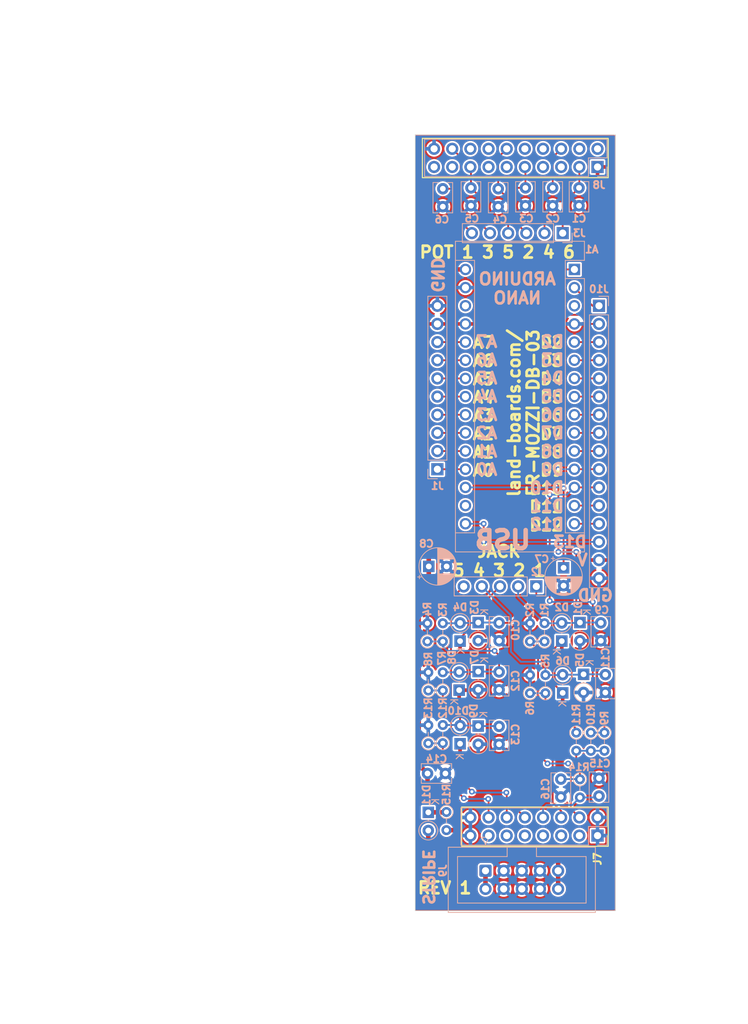
<source format=kicad_pcb>
(kicad_pcb (version 20221018) (generator pcbnew)
  (title_block (title "EURORACK MOZZI") (date "2022-10-29") (rev "1") (company "LAND BOARDS, LLC") (comment 1 "6 POTS, 6 JACKS"))
  (layers (0 "F.Cu" signal) (31 "B.Cu" signal) (34 "B.Paste" user) (35 "F.Paste" user) (36 "B.SilkS" user "B.Silkscreen") (37 "F.SilkS" user "F.Silkscreen") (38 "B.Mask" user) (39 "F.Mask" user) (44 "Edge.Cuts" user))
  (net 0 "")
  (net 1 "/POT2-2")
  (net 3 "/POT3-2")
  (net 4 "/POT1-2")
  (net 5 "/J1-T")
  (net 6 "/J2-T")
  (net 7 "/J3-T")
  (net 8 "/J4-T")
  (net 9 "GND")
  (net 10 "/ANA3")
  (net 11 "/ANA4")
  (net 12 "/ANA5")
  (net 13 "/J4-R_N")
  (net 14 "/J5-R_N")
  (net 15 "/J6-R_N")
  (net 16 "/J5-T")
  (net 17 "+12V")
  (net 18 "+5V")
  (net 19 "-12V")
  (net 22 "+12P")
  (net 23 "/ANA6")
  (net 24 "/ANA7")
  (net 25 "Net-(A1-Pad18)")
  (net 26 "/D13")
  (net 27 "/D12")
  (net 28 "/D11")
  (net 29 "/D10")
  (net 30 "/D9")
  (net 31 "/D8")
  (net 32 "/D7")
  (net 33 "/D6")
  (net 34 "/D0_RX")
  (net 35 "/D1_TX")
  (net 36 "Net-(C16-Pad1)")
  (net 37 "Net-(D11-Pad1)")
  (net 38 "/POT6-1")
  (net 39 "/POT6-3")
  (net 40 "/POT4-1")
  (net 41 "/POT4-3")
  (net 42 "/POT2-1")
  (net 43 "/POT2-3")
  (net 44 "/POT5-1")
  (net 45 "/POT5-3")
  (net 46 "/POT3-1")
  (net 47 "/POT3-3")
  (net 48 "/POT6-2")
  (net 49 "/POT4-2")
  (net 50 "/POT5-2")
  (net 51 "/ANA0")
  (net 52 "/ANA1")
  (net 53 "/ANA2")
  (net 54 "/J6-T")
  (net 55 "/J2-R_N")
  (net 56 "/D2")
  (net 57 "/D3")
  (net 58 "/D4")
  (net 59 "/D5")
  (net 60 "/J1-R_N")
  (net 61 "/J3-R_N")
  (net 62 "/POT1-1")
  (net 63 "/POT1-3")
  (net 64 "/J2-TIP")
  (net 65 "/J1-TIP")
  (net 66 "/J4-TIP")
  (net 67 "/J3-TIP")
  (net 68 "/J5-TIP")
  (footprint "Diode_THT:D_DO-35_SOD27_P2.54mm_Vertical_KathodeUp" (layer "B.Cu") (at 118.999 80.800686 90)
    (fp_text reference "D2")
    (fp_text value "BAT41")
  )
  (footprint "Diode_THT:D_DO-35_SOD27_P2.54mm_Vertical_KathodeUp" (layer "B.Cu") (at 119.126 88.039686 90)
    (fp_text reference "D6")
    (fp_text value "BAT41")
  )
  (footprint "Capacitor_THT:C_Rect_L4.0mm_W2.5mm_P2.50mm" (layer "B.Cu") (at 121.412 17.419 -90)
    (fp_text reference "C1")
    (fp_text value "0.1uF")
  )
  (footprint "Resistor_THT:R_Axial_DIN0204_L3.6mm_D1.6mm_P2.54mm_Vertical" (layer "B.Cu") (at 114.554 80.849 90)
    (fp_text reference "R2")
    (fp_text value "100K")
  )
  (footprint "Capacitor_THT:C_Rect_L4.0mm_W2.5mm_P2.50mm" (layer "B.Cu") (at 110.236 92.72999 -90)
    (fp_text reference "C13")
    (fp_text value "0.1uF")
  )
  (footprint "Capacitor_THT:C_Rect_L4.0mm_W2.5mm_P2.50mm" (layer "B.Cu") (at 100.223 99.314)
    (fp_text reference "C14")
    (fp_text value "0.1uF")
  )
  (footprint "Resistor_THT:R_Axial_DIN0204_L3.6mm_D1.6mm_P2.54mm_Vertical" (layer "B.Cu") (at 123.063 93.599 -90)
    (fp_text reference "R10")
    (fp_text value "1M")
  )
  (footprint "Resistor_THT:R_Axial_DIN0204_L3.6mm_D1.6mm_P2.54mm_Vertical" (layer "B.Cu") (at 102.362 80.849 90)
    (fp_text reference "R3")
    (fp_text value "10K")
  )
  (footprint "Resistor_THT:R_Axial_DIN0204_L3.6mm_D1.6mm_P2.54mm_Vertical" (layer "B.Cu") (at 102.362 87.707 90)
    (fp_text reference "R7")
    (fp_text value "10K")
  )
  (footprint "Capacitor_THT:C_Rect_L4.0mm_W2.5mm_P2.50mm" (layer "B.Cu") (at 110.109 17.546 -90)
    (fp_text reference "C4")
    (fp_text value "0.1uF")
  )
  (footprint "Resistor_THT:R_Axial_DIN0204_L3.6mm_D1.6mm_P2.54mm_Vertical" (layer "B.Cu") (at 102.87 104.698013 -90)
    (fp_text reference "R15")
    (fp_text value "10")
  )
  (footprint "Diode_THT:D_DO-35_SOD27_P2.54mm_Vertical_KathodeUp" (layer "B.Cu") (at 122.047 85.442315 -90)
    (fp_text reference "D5")
    (fp_text value "BAT41")
  )
  (footprint "Resistor_THT:R_Axial_DIN0204_L3.6mm_D1.6mm_P2.54mm_Vertical" (layer "B.Cu") (at 100.33 95.096 90)
    (fp_text reference "R13")
    (fp_text value "100K")
  )
  (footprint "Capacitor_THT:C_Rect_L4.0mm_W2.5mm_P2.50mm" (layer "B.Cu") (at 113.919 17.419 -90)
    (fp_text reference "C3")
    (fp_text value "0.1uF")
  )
  (footprint "Module:Arduino_Nano" (layer "B.Cu") (at 120.766992 28.829 180)
    (fp_text reference "A1")
    (fp_text value "Arduino_Nano_v3.x")
  )
  (footprint "Resistor_THT:R_Axial_DIN0204_L3.6mm_D1.6mm_P2.54mm_Vertical" (layer "B.Cu") (at 100.203 80.849 90)
    (fp_text reference "R4")
    (fp_text value "100K")
  )
  (footprint "Diode_THT:D_DO-35_SOD27_P2.54mm_Vertical_KathodeUp" (layer "B.Cu") (at 107.315 92.681315 -90)
    (fp_text reference "D9")
    (fp_text value "BAT41")
  )
  (footprint "Resistor_THT:R_Axial_DIN0204_L3.6mm_D1.6mm_P2.54mm_Vertical" (layer "B.Cu") (at 121.539 100.126 -90)
    (fp_text reference "R14")
    (fp_text value "3.9K")
  )
  (footprint "Capacitor_THT:C_Rect_L4.0mm_W2.5mm_P2.50mm" (layer "B.Cu") (at 124.206 102.46901 90)
    (fp_text reference "C15")
    (fp_text value "10nF")
  )
  (footprint "Capacitor_THT:C_Rect_L4.0mm_W2.5mm_P2.50mm" (layer "B.Cu") (at 110.236 78.252 -90)
    (fp_text reference "C10")
    (fp_text value "0.1uF")
  )
  (footprint "Diode_THT:D_DO-35_SOD27_P2.54mm_Vertical_KathodeUp" (layer "B.Cu") (at 107.315 85.061315 -90)
    (fp_text reference "D7")
    (fp_text value "BAT41")
  )
  (footprint "Resistor_THT:R_Axial_DIN0204_L3.6mm_D1.6mm_P2.54mm_Vertical" (layer "B.Cu") (at 114.554 88.088 90)
    (fp_text reference "R6")
    (fp_text value "100K")
  )
  (footprint "Connector_PinHeader_2.54mm:PinHeader_1x10_P2.54mm_Vertical" (layer "B.Cu") (at 101.6 56.769)
    (fp_text reference "J1")
    (fp_text value "Conn_01x10")
  )
  (footprint "Capacitor_THT:C_Rect_L4.0mm_W2.5mm_P2.50mm" (layer "B.Cu") (at 125.095 85.491 -90)
    (fp_text reference "C11")
    (fp_text value "0.1uF")
  )
  (footprint "Resistor_THT:R_Axial_DIN0204_L3.6mm_D1.6mm_P2.54mm_Vertical" (layer "B.Cu") (at 102.362 95.073 90)
    (fp_text reference "R12")
    (fp_text value "10K")
  )
  (footprint "Diode_THT:D_DO-35_SOD27_P2.54mm_Vertical_KathodeUp" (layer "B.Cu") (at 121.539 78.203315 -90)
    (fp_text reference "D1")
    (fp_text value "BAT41")
  )
  (footprint "Capacitor_THT:C_Rect_L4.0mm_W2.5mm_P2.50mm" (layer "B.Cu") (at 110.236 85.11 -90)
    (fp_text reference "C12")
    (fp_text value "0.1uF")
  )
  (footprint "Capacitor_THT:CP_Radial_D5.0mm_P2.50mm" (layer "B.Cu") (at 119.253 70.549888 -90)
    (fp_text reference "C7")
    (fp_text value "10uF")
  )
  (footprint "Resistor_THT:R_Axial_DIN0204_L3.6mm_D1.6mm_P2.54mm_Vertical" (layer "B.Cu") (at 100.33 87.707 90)
    (fp_text reference "R8")
    (fp_text value "100K")
  )
  (footprint "Connector_IDC:IDC-Header_2x05_P2.54mm_Vertical" (layer "B.Cu") (at 108.331 112.9125 -90)
    (fp_text reference "J9")
    (fp_text value "CONN, IDC, 2X5")
  )
  (footprint "Diode_THT:D_DO-35_SOD27_P2.54mm_Vertical_KathodeUp" (layer "B.Cu") (at 100.33 104.746315 -90)
    (fp_text reference "D11")
    (fp_text value "BAT41")
  )
  (footprint "Diode_THT:D_DO-35_SOD27_P2.54mm_Vertical_KathodeUp" (layer "B.Cu") (at 104.775 95.151686 90)
    (fp_text reference "D10")
    (fp_text value "BAT41")
  )
  (footprint "Capacitor_THT:C_Rect_L4.0mm_W2.5mm_P2.50mm" (layer "B.Cu") (at 118.872 100.096 -90)
    (fp_text reference "C16")
    (fp_text value "4.7nF")
  )
  (footprint "Capacitor_THT:C_Rect_L4.0mm_W2.5mm_P2.50mm" (layer "B.Cu") (at 117.729 17.419 -90)
    (fp_text reference "C2")
    (fp_text value "0.1uF")
  )
  (footprint "Connector_PinHeader_2.54mm:PinHeader_1x16_P2.54mm_Vertical" (layer "B.Cu") (at 124.206 33.909 180)
    (fp_text reference "J10")
    (fp_text value "Conn_01x16")
  )
  (footprint "Capacitor_THT:C_Rect_L4.0mm_W2.5mm_P2.50mm" (layer "B.Cu") (at 102.362 17.546 -90)
    (fp_text reference "C6")
    (fp_text value "0.1uF")
  )
  (footprint "Capacitor_THT:C_Rect_L4.0mm_W2.5mm_P2.50mm" (layer "B.Cu") (at 106.299 17.419 -90)
    (fp_text reference "C5")
    (fp_text value "0.1uF")
  )
  (footprint "Connector_PinHeader_2.54mm:PinHeader_1x05_P2.54mm_Vertical" (layer "B.Cu") (at 115.443 73.152 90)
    (fp_text reference "J2")
    (fp_text value "Conn_01x05")
  )
  (footprint "Capacitor_THT:CP_Radial_D5.0mm_P2.50mm" (layer "B.Cu") (at 100.394888 70.358)
    (fp_text reference "C8")
    (fp_text value "47uF")
  )
  (footprint "Connector_PinHeader_2.54mm:PinHeader_1x06_P2.54mm_Vertical" (layer "B.Cu") (at 119.126 23.749 90)
    (fp_text reference "J3")
    (fp_text value "Conn_01x06")
  )
  (footprint "Resistor_THT:R_Axial_DIN0204_L3.6mm_D1.6mm_P2.54mm_Vertical" (layer "B.Cu") (at 116.713 88.088 90)
    (fp_text reference "R5")
    (fp_text value "10K")
  )
  (footprint "Diode_THT:D_DO-35_SOD27_P2.54mm_Vertical_KathodeUp" (layer "B.Cu") (at 104.775 80.800686 90)
    (fp_text reference "D4")
    (fp_text value "BAT41")
  )
  (footprint "Diode_THT:D_DO-35_SOD27_P2.54mm_Vertical_KathodeUp" (layer "B.Cu") (at 104.648 87.658686 90)
    (fp_text reference "D8")
    (fp_text value "BAT41")
  )
  (footprint "Connector_PinHeader_2.54mm:PinHeader_2x10_P2.54mm_Vertical" (layer "B.Cu") (at 124.000006 14.499999 90)
    (fp_text reference "J8")
    (fp_text value "PROTO02_POTS")
  )
  (footprint "Connector_PinHeader_2.54mm:PinHeader_2x08_P2.54mm_Vertical" (layer "B.Cu") (at 124.000006 108.000013 90)
    (fp_text reference "J7")
    (fp_text value "PROTO02_JACKS")
  )
  (footprint "Diode_THT:D_DO-35_SOD27_P2.54mm_Vertical_KathodeUp" (layer "B.Cu") (at 107.315 78.203315 -90)
    (fp_text reference "D3")
    (fp_text value "BAT41")
  )
  (footprint "Resistor_THT:R_Axial_DIN0204_L3.6mm_D1.6mm_P2.54mm_Vertical" (layer "B.Cu") (at 116.586 80.849 90)
    (fp_text reference "R1")
    (fp_text value "10K")
  )
  (footprint "Resistor_THT:R_Axial_DIN0204_L3.6mm_D1.6mm_P2.54mm_Vertical" (layer "B.Cu") (at 124.968 93.599 -90)
    (fp_text reference "R9")
    (fp_text value "1M")
  )
  (footprint "Capacitor_THT:C_Rect_L4.0mm_W2.5mm_P2.50mm" (layer "B.Cu") (at 124.46 78.252 -90)
    (fp_text reference "C9")
    (fp_text value "0.1uF")
  )
  (footprint "Resistor_THT:R_Axial_DIN0204_L3.6mm_D1.6mm_P2.54mm_Vertical" (layer "B.Cu") (at 121.031 93.599 -90)
    (fp_text reference "R11")
    (fp_text value "3.9K")
  )
  (gr_rect (start 105 104) (end 125.5 109.5) (stroke (width 0.15)) (fill none) (layer "F.SilkS"))
  (gr_rect (start 99.5 10.5) (end 125.5 16) (stroke (width 0.15)) (fill none) (layer "F.SilkS"))
  (gr_rect (start 98.5 10) (end 126.5 118.5) (stroke (width 0.1)) (fill none) (layer "Edge.Cuts"))
  (gr_text "D2\nD3\nD4\nD5\nD6\nD7\nD8\nD9\nD10\nD11\nD12" (at 119.507 51.689) (layer "B.SilkS") (effects (font (size 1.5875 1.5875) (thickness 0.381)) (justify left mirror)))
  (gr_text "STRIPE" (at 100.33 113.792 270) (layer "B.SilkS") (effects (font (size 1.5 1.5) (thickness 0.375)) (justify mirror)))
  (gr_text "ARDUINO\nNANO" (at 112.776 31.496) (layer "B.SilkS") (effects (font (size 1.651 1.651) (thickness 0.381)) (justify mirror)))
  (gr_text "GND" (at 126.365 74.422) (layer "B.SilkS") (effects (font (size 1.5875 1.5875) (thickness 0.381)) (justify left mirror)))
  (gr_text "D13" (at 122.682 66.929) (layer "B.SilkS") (effects (font (size 1.5875 1.5875) (thickness 0.381)) (justify left mirror)))
  (gr_text "GND" (at 101.6 32.258 270) (layer "B.SilkS") (effects (font (size 1.5875 1.5875) (thickness 0.381)) (justify left mirror)))
  (gr_text "USB" (at 110.744 66.675) (layer "B.SilkS") (effects (font (size 2.54 2.54) (thickness 0.635)) (justify mirror)))
  (gr_text "V" (at 122.809 69.469) (layer "B.SilkS") (effects (font (size 1.5875 1.5875) (thickness 0.381)) (justify left mirror)))
  (gr_text "A7\nA6\nA5\nA4\nA3\nA2\nA1\nA0" (at 106.807 47.879) (layer "B.SilkS") (effects (font (size 1.5875 1.5875) (thickness 0.381)) (justify right mirror)))
  (gr_text "D2\nD3\nD4\nD5\nD6\nD7\nD8\nD9\nD10\nD11\nD12" (at 119.38 51.816) (layer "F.SilkS") (effects (font (size 1.5875 1.5875) (thickness 0.381)) (justify right)))
  (gr_text "A7\nA6\nA5\nA4\nA3\nA2\nA1\nA0" (at 109.728 48.006) (layer "F.SilkS") (effects (font (size 1.5875 1.5875) (thickness 0.381)) (justify right)))
  (gr_text "REV 1" (at 102.616 115.316) (layer "F.SilkS") (effects (font (size 1.651 1.651) (thickness 0.381))))
  (gr_text "land-boards.com/\nER-MOZZI-DB-03" (at 113.665 48.895 90) (layer "F.SilkS") (effects (font (size 1.651 1.651) (thickness 0.381))))
  (gr_text "POT 1 3 5 2 4 6" (at 109.982 26.416) (layer "F.SilkS") (effects (font (size 1.651 1.651) (thickness 0.381))))
  (gr_text "JACK\n5 4 3 2 1" (at 110.236 69.596) (layer "F.SilkS") (effects (font (size 1.651 1.651) (thickness 0.381))))
  (segment (start 112.014 21.717) (end 114.046 23.749) (width 0.254) (layer "F.Cu") (net 1))
  (segment (start 113.919 17.419) (end 112.756 17.419) (width 0.254) (layer "F.Cu") (net 1))
  (segment (start 112.014 18.161) (end 112.014 21.717) (width 0.254) (layer "F.Cu") (net 1))
  (segment (start 112.756 17.419) (end 112.014 18.161) (width 0.254) (layer "F.Cu") (net 1))
  (segment (start 113.919 17.419) (end 113.919 14.578993) (width 0.254) (layer "F.Cu") (net 1))
  (segment (start 108.077 19.197) (end 108.077 22.86) (width 0.254) (layer "F.Cu") (net 3))
  (segment (start 106.299 17.419) (end 108.077 19.197) (width 0.254) (layer "F.Cu") (net 3))
  (segment (start 106.299 17.419) (end 106.299 14.578993) (width 0.254) (layer "F.Cu") (net 3))
  (segment (start 108.077 22.86) (end 108.966 23.749) (width 0.254) (layer "F.Cu") (net 3))
  (segment (start 102.362 17.546) (end 103.652 17.546) (width 0.25) (layer "F.Cu") (net 4))
  (segment (start 103.652 17.546) (end 104.14 18.034) (width 0.25) (layer "F.Cu") (net 4))
  (segment (start 104.14 18.034) (end 104.14 21.463) (width 0.25) (layer "F.Cu") (net 4))
  (segment (start 104.14 21.463) (end 106.426 23.749) (width 0.25) (layer "F.Cu") (net 4))
  (segment (start 104.854517 13.13451) (end 104.854517 16.343483) (width 0.25) (layer "F.Cu") (net 4))
  (segment (start 104.854517 16.343483) (end 103.652 17.546) (width 0.25) (layer "F.Cu") (net 4))
  (segment (start 103.680006 11.959999) (end 104.854517 13.13451) (width 0.25) (layer "F.Cu") (net 4))
  (segment (start 111.633 101.092) (end 112.141 101.6) (width 0.254) (layer "F.Cu") (net 5))
  (segment (start 112.141 101.6) (end 112.141 103.761007) (width 0.254) (layer "F.Cu") (net 5))
  (segment (start 109.601 82.169) (end 111.76 84.328) (width 0.254) (layer "F.Cu") (net 5))
  (segment (start 111.633 96.901) (end 111.633 101.092) (width 0.254) (layer "F.Cu") (net 5))
  (segment (start 111.76 84.328) (end 111.76 96.774) (width 0.254) (layer "F.Cu") (net 5))
  (segment (start 112.141 103.761007) (end 113.840006 105.460013) (width 0.254) (layer "F.Cu") (net 5))
  (segment (start 111.76 96.774) (end 111.633 96.901) (width 0.254) (layer "F.Cu") (net 5))
  (via (at 109.601 82.169) (size 0.8) (drill 0.4) (layers "F.Cu" "B.Cu") (net 5))
  (segment (start 102.362 81.534) (end 102.997 82.169) (width 0.254) (layer "B.Cu") (net 5))
  (segment (start 109.601 82.169) (end 102.997 82.169) (width 0.254) (layer "B.Cu") (net 5))
  (segment (start 100.203 80.849) (end 102.362 80.849) (width 0.254) (layer "B.Cu") (net 5))
  (segment (start 102.362 80.849) (end 102.362 81.534) (width 0.254) (layer "B.Cu") (net 5))
  (segment (start 120.269 104.269007) (end 120.269 98.298) (width 0.25) (layer "F.Cu") (net 6))
  (segment (start 121.460006 105.460013) (end 120.269 104.269007) (width 0.25) (layer "F.Cu") (net 6))
  (segment (start 115.688489 81.983489) (end 114.554 80.849) (width 0.25) (layer "F.Cu") (net 6))
  (segment (start 115.688489 96.602989) (end 115.688489 81.983489) (width 0.25) (layer "F.Cu") (net 6))
  (segment (start 120.269 98.298) (end 119.888 97.917) (width 0.25) (layer "F.Cu") (net 6))
  (segment (start 117.0025 97.917) (end 115.688489 96.602989) (width 0.25) (layer "F.Cu") (net 6))
  (via (at 117.0025 97.917) (size 0.8) (drill 0.4) (layers "F.Cu" "B.Cu") (net 6))
  (via (at 119.888 97.917) (size 0.8) (drill 0.4) (layers "F.Cu" "B.Cu") (net 6))
  (segment (start 119.888 97.917) (end 117.0025 97.917) (width 0.25) (layer "B.Cu") (net 6))
  (segment (start 114.554 80.849) (end 116.586 80.849) (width 0.254) (layer "B.Cu") (net 6))
  (segment (start 111.300006 102.029006) (end 111.252 101.981) (width 0.254) (layer "F.Cu") (net 7))
  (segment (start 111.300006 105.460013) (end 111.300006 102.029006) (width 0.254) (layer "F.Cu") (net 7))
  (segment (start 104.968687 100.396687) (end 104.968687 98.231313) (width 0.254) (layer "F.Cu") (net 7))
  (segment (start 106.426 101.854) (end 104.968687 100.396687) (width 0.254) (layer "F.Cu") (net 7))
  (segment (start 103.505 96.767626) (end 103.505 90.297) (width 0.254) (layer "F.Cu") (net 7))
  (segment (start 102.362 89.154) (end 102.362 87.707) (width 0.254) (layer "F.Cu") (net 7))
  (segment (start 103.505 90.297) (end 102.362 89.154) (width 0.254) (layer "F.Cu") (net 7))
  (segment (start 104.968687 98.231313) (end 103.505 96.767626) (width 0.254) (layer "F.Cu") (net 7))
  (via (at 111.252 101.981) (size 0.8) (drill 0.4) (layers "F.Cu" "B.Cu") (net 7))
  (via (at 106.426 101.854) (size 0.8) (drill 0.4) (layers "F.Cu" "B.Cu") (net 7))
  (segment (start 106.553 101.981) (end 106.426 101.854) (width 0.254) (layer "B.Cu") (net 7))
  (segment (start 111.252 101.981) (end 106.553 101.981) (width 0.254) (layer "B.Cu") (net 7))
  (segment (start 100.33 87.707) (end 102.362 87.707) (width 0.254) (layer "B.Cu") (net 7))
  (segment (start 118.920006 105.460013) (end 118.920006 104.569006) (width 0.254) (layer "F.Cu") (net 8))
  (segment (start 118.920006 104.569006) (end 117.729 103.378) (width 0.254) (layer "F.Cu") (net 8))
  (segment (start 117.729 92.456) (end 117.729 103.378) (width 0.254) (layer "F.Cu") (net 8))
  (segment (start 116.713 88.088) (end 116.713 91.44) (width 0.254) (layer "F.Cu") (net 8))
  (segment (start 116.713 91.44) (end 117.729 92.456) (width 0.254) (layer "F.Cu") (net 8))
  (segment (start 114.554 88.088) (end 116.713 88.088) (width 0.254) (layer "B.Cu") (net 8))
  (segment (start 101.6 49.149) (end 105.526992 49.149) (width 0.25) (layer "F.Cu") (net 10))
  (segment (start 101.6 46.609) (end 105.526992 46.609) (width 0.25) (layer "F.Cu") (net 11))
  (segment (start 101.6 44.069) (end 105.526992 44.069) (width 0.25) (layer "F.Cu") (net 12))
  (segment (start 102.362 96.266) (end 102.362 95.073) (width 0.254) (layer "F.Cu") (net 16))
  (segment (start 108.760006 105.460013) (end 108.760006 102.918006) (width 0.254) (layer "F.Cu") (net 16))
  (segment (start 104.14 98.044) (end 102.362 96.266) (width 0.254) (layer "F.Cu") (net 16))
  (segment (start 104.14 101.611885) (end 104.14 98.044) (width 0.254) (layer "F.Cu") (net 16))
  (segment (start 105.307322 102.779207) (end 104.14 101.611885) (width 0.254) (layer "F.Cu") (net 16))
  (segment (start 108.760006 102.918006) (end 108.712 102.87) (width 0.254) (layer "F.Cu") (net 16))
  (via (at 105.307322 102.779207) (size 0.8) (drill 0.4) (layers "F.Cu" "B.Cu") (net 16))
  (via (at 108.712 102.87) (size 0.8) (drill 0.4) (layers "F.Cu" "B.Cu") (net 16))
  (segment (start 108.712 102.87) (end 105.398115 102.87) (width 0.254) (layer "B.Cu") (net 16))
  (segment (start 100.33 95.096) (end 102.339 95.096) (width 0.254) (layer "B.Cu") (net 16))
  (segment (start 105.398115 102.87) (end 105.307322 102.779207) (width 0.254) (layer "B.Cu") (net 16))
  (segment (start 117.602 110.744) (end 101.219 110.744) (width 0.635) (layer "F.Cu") (net 17))
  (segment (start 118.491 111.633) (end 117.602 110.744) (width 0.635) (layer "F.Cu") (net 17))
  (segment (start 118.491 112.9125) (end 118.491 111.633) (width 0.635) (layer "F.Cu") (net 17))
  (segment (start 101.219 110.744) (end 100.33 109.855) (width 0.635) (layer "F.Cu") (net 17))
  (segment (start 100.33 109.855) (end 100.33 107.286315) (width 0.635) (layer "F.Cu") (net 17))
  (segment (start 118.491 112.9125) (end 118.491 115.4525) (width 0.635) (layer "F.Cu") (net 17))
  (segment (start 118.999 80.800686) (end 118.001489 81.798197) (width 0.25) (layer "F.Cu") (net 18))
  (segment (start 118.001489 86.915175) (end 119.126 88.039686) (width 0.25) (layer "F.Cu") (net 18))
  (segment (start 104.775 80.391) (end 105.918 79.248) (width 0.25) (layer "F.Cu") (net 18))
  (segment (start 118.001489 81.798197) (end 118.001489 86.915175) (width 0.25) (layer "F.Cu") (net 18))
  (segment (start 108.331 112.9125) (end 108.331 115.4525) (width 0.635) (layer "F.Cu") (net 19))
  (segment (start 101.854 28.829) (end 105.526992 28.829) (width 0.635) (layer "F.Cu") (net 22))
  (segment (start 99.314 62.357) (end 99.314 31.369) (width 0.635) (layer "F.Cu") (net 22))
  (segment (start 103.632 102.362) (end 101.092 102.362) (width 0.635) (layer "F.Cu") (net 22))
  (segment (start 104.521 106.807) (end 104.521 103.251) (width 0.635) (layer "F.Cu") (net 22))
  (segment (start 98.985989 75.004011) (end 100.394888 73.595112) (width 0.635) (layer "F.Cu") (net 22))
  (segment (start 100.394888 73.595112) (end 100.394888 70.358) (width 0.635) (layer "F.Cu") (net 22))
  (segment (start 104.521 103.251) (end 103.632 102.362) (width 0.635) (layer "F.Cu") (net 22))
  (segment (start 101.092 102.362) (end 100.223 101.493) (width 0.635) (layer "F.Cu") (net 22))
  (segment (start 100.394888 70.358) (end 100.394888 63.437888) (width 0.635) (layer "F.Cu") (net 22))
  (segment (start 104.09 107.238) (end 104.521 106.807) (width 0.635) (layer "F.Cu") (net 22))
  (segment (start 100.394888 63.437888) (end 99.314 62.357) (width 0.635) (layer "F.Cu") (net 22))
  (segment (start 99.314 31.369) (end 101.854 28.829) (width 0.635) (layer "F.Cu") (net 22))
  (segment (start 98.985989 98.076989) (end 98.985989 75.004011) (width 0.635) (layer "F.Cu") (net 22))
  (segment (start 100.223 99.314) (end 98.985989 98.076989) (width 0.635) (layer "F.Cu") (net 22))
  (segment (start 100.223 101.493) (end 100.223 99.314) (width 0.635) (layer "F.Cu") (net 22))
  (segment (start 102.87 107.238) (end 104.09 107.238) (width 0.635) (layer "F.Cu") (net 22))
  (segment (start 101.6 41.529) (end 105.526992 41.529) (width 0.25) (layer "F.Cu") (net 23))
  (segment (start 101.6 38.989) (end 105.526992 38.989) (width 0.25) (layer "F.Cu") (net 24))
  (segment (start 119.253 70.549888) (end 119.253 59.436) (width 0.254) (layer "F.Cu") (net 25))
  (via (at 119.253 59.436) (size 0.8) (drill 0.4) (layers "F.Cu" "B.Cu") (net 25))
  (segment (start 119.253 59.436) (end 119.126 59.309) (width 0.254) (layer "B.Cu") (net 25))
  (segment (start 119.126 59.309) (end 105.526992 59.309) (width 0.254) (layer "B.Cu") (net 25))
  (segment (start 108.077 66.929) (end 108.077 64.389) (width 0.25) (layer "F.Cu") (net 26))
  (via (at 108.077 64.389) (size 0.8) (drill 0.4) (layers "F.Cu" "B.Cu") (net 26))
  (via (at 108.077 66.929) (size 0.8) (drill 0.4) (layers "F.Cu" "B.Cu") (net 26))
  (segment (start 105.527 64.389) (end 108.077 64.389) (width 0.25) (layer "B.Cu") (net 26))
  (segment (start 124.079 66.929) (end 108.077 66.929) (width 0.25) (layer "B.Cu") (net 26))
  (segment (start 120.767 64.389) (end 124.079 64.389) (width 0.25) (layer "F.Cu") (net 27))
  (segment (start 120.767 61.849) (end 124.079 61.849) (width 0.25) (layer "F.Cu") (net 28))
  (segment (start 120.766992 59.309) (end 124.079 59.309) (width 0.254) (layer "F.Cu") (net 29))
  (segment (start 123.698 90.551) (end 123.698 87.63) (width 0.254) (layer "F.Cu") (net 29))
  (segment (start 123.333489 87.265489) (end 123.333489 75.327489) (width 0.254) (layer "F.Cu") (net 29))
  (segment (start 124.968 91.821) (end 123.698 90.551) (width 0.254) (layer "F.Cu") (net 29))
  (segment (start 123.698 87.63) (end 123.333489 87.265489) (width 0.254) (layer "F.Cu") (net 29))
  (segment (start 117.3125 75.184) (end 117.3125 60.325) (width 0.254) (layer "F.Cu") (net 29))
  (segment (start 124.968 93.599) (end 124.968 91.821) (width 0.254) (layer "F.Cu") (net 29))
  (via (at 123.333489 75.327489) (size 0.8) (drill 0.4) (layers "F.Cu" "B.Cu") (net 29))
  (via (at 117.3125 75.184) (size 0.8) (drill 0.4) (layers "F.Cu" "B.Cu") (net 29))
  (via (at 117.3125 60.325) (size 0.8) (drill 0.4) (layers "F.Cu" "B.Cu") (net 29))
  (segment (start 119.750992 60.325) (end 120.766992 59.309) (width 0.254) (layer "B.Cu") (net 29))
  (segment (start 123.063 93.599) (end 124.968 93.599) (width 0.254) (layer "B.Cu") (net 29))
  (segment (start 117.455989 75.327489) (end 117.3125 75.184) (width 0.254) (layer "B.Cu") (net 29))
  (segment (start 123.333489 75.327489) (end 117.455989 75.327489) (width 0.254) (layer "B.Cu") (net 29))
  (segment (start 117.3125 60.325) (end 119.750992 60.325) (width 0.254) (layer "B.Cu") (net 29))
  (segment (start 118.5265 68.326) (end 118.5265 56.8045) (width 0.254) (layer "F.Cu") (net 30))
  (segment (start 120.766992 56.769) (end 124.079 56.769) (width 0.254) (layer "F.Cu") (net 30))
  (segment (start 120.412489 76.056511) (end 120.412489 92.472489) (width 0.254) (layer "F.Cu") (net 30))
  (segment (start 120.412489 92.472489) (end 121.539 93.599) (width 0.254) (layer "F.Cu") (net 30))
  (segment (start 121.031 75.438) (end 120.412489 76.056511) (width 0.254) (layer "F.Cu") (net 30))
  (segment (start 118.5265 56.8045) (end 118.491 56.769) (width 0.254) (layer "F.Cu") (net 30))
  (segment (start 121.031 68.326) (end 121.031 75.438) (width 0.254) (layer "F.Cu") (net 30))
  (via (at 118.491 56.769) (size 0.8) (drill 0.4) (layers "F.Cu" "B.Cu") (net 30))
  (via (at 121.031 68.326) (size 0.8) (drill 0.4) (layers "F.Cu" "B.Cu") (net 30))
  (via (at 118.5265 68.326) (size 0.8) (drill 0.4) (layers "F.Cu" "B.Cu") (net 30))
  (segment (start 121.031 68.326) (end 118.5265 68.326) (width 0.254) (layer "B.Cu") (net 30))
  (segment (start 118.491 56.769) (end 120.766992 56.769) (width 0.254) (layer "B.Cu") (net 30))
  (segment (start 120.767 54.229) (end 124.079 54.229) (width 0.25) (layer "F.Cu") (net 31))
  (segment (start 120.767 51.689) (end 124.079 51.689) (width 0.25) (layer "F.Cu") (net 32))
  (segment (start 120.767 49.149) (end 124.079 49.149) (width 0.25) (layer "F.Cu") (net 33))
  (segment (start 123.306992 33.909) (end 120.766992 31.369) (width 0.25) (layer "F.Cu") (net 34))
  (segment (start 124.206 33.909) (end 123.306992 33.909) (width 0.25) (layer "F.Cu") (net 34))
  (segment (start 118.11 29.464) (end 118.745 28.829) (width 0.25) (layer "F.Cu") (net 35))
  (segment (start 118.491 35.179) (end 118.11 34.798) (width 0.25) (layer "F.Cu") (net 35))
  (segment (start 118.11 34.798) (end 118.11 29.464) (width 0.25) (layer "F.Cu") (net 35))
  (segment (start 124.206 36.449) (end 122.809 36.449) (width 0.25) (layer "F.Cu") (net 35))
  (segment (start 122.809 36.449) (end 121.539 35.179) (width 0.25) (layer "F.Cu") (net 35))
  (segment (start 118.745 28.829) (end 120.766992 28.829) (width 0.25) (layer "F.Cu") (net 35))
  (segment (start 121.539 35.179) (end 118.491 35.179) (width 0.25) (layer "F.Cu") (net 35))
  (segment (start 121.031 96.139) (end 121.031 97.536) (width 0.254) (layer "F.Cu") (net 36))
  (segment (start 121.031 97.536) (end 121.539 98.044) (width 0.254) (layer "F.Cu") (net 36))
  (segment (start 121.539 100.126) (end 121.539 98.044) (width 0.254) (layer "F.Cu") (net 36))
  (segment (start 123.063 96.139) (end 124.968 96.139) (width 0.254) (layer "B.Cu") (net 36))
  (segment (start 118.872 100.096) (end 121.509 100.096) (width 0.254) (layer "B.Cu") (net 36))
  (segment (start 121.031 96.139) (end 123.063 96.139) (width 0.254) (layer "B.Cu") (net 36))
  (segment (start 100.33 104.746315) (end 102.821685 104.746315) (width 0.635) (layer "F.Cu") (net 37))
  (segment (start 121.460006 14.499999) (end 121.460006 17.370994) (width 0.25) (layer "F.Cu") (net 48))
  (segment (start 119.126 23.749) (end 119.126 19.705) (width 0.25) (layer "F.Cu") (net 48))
  (segment (start 119.126 19.705) (end 121.412 17.419) (width 0.25) (layer "F.Cu") (net 48))
  (segment (start 118.920006 11.959999) (end 117.729 13.151005) (width 0.25) (layer "F.Cu") (net 49))
  (segment (start 116.586 22.225) (end 116.586 23.749) (width 0.25) (layer "F.Cu") (net 49))
  (segment (start 117.729 17.419) (end 115.951 19.197) (width 0.25) (layer "F.Cu") (net 49))
  (segment (start 115.951 21.59) (end 116.586 22.225) (width 0.25) (layer "F.Cu") (net 49))
  (segment (start 117.729 13.151005) (end 117.729 17.419) (width 0.25) (layer "F.Cu") (net 49))
  (segment (start 115.951 19.197) (end 115.951 21.59) (width 0.25) (layer "F.Cu") (net 49))
  (segment (start 110.109 13.151005) (end 110.109 17.546) (width 0.25) (layer "F.Cu") (net 50))
  (segment (start 111.506 18.943) (end 110.109 17.546) (width 0.25) (layer "F.Cu") (net 50))
  (segment (start 111.300006 11.959999) (end 110.109 13.151005) (width 0.25) (layer "F.Cu") (net 50))
  (segment (start 111.506 23.749) (end 111.506 18.943) (width 0.25) (layer "F.Cu") (net 50))
  (segment (start 101.6 56.769) (end 105.526992 56.769) (width 0.25) (layer "F.Cu") (net 51))
  (segment (start 101.6 54.229) (end 105.526992 54.229) (width 0.25) (layer "F.Cu") (net 52))
  (segment (start 101.6 51.689) (end 105.526992 51.689) (width 0.25) (layer "F.Cu") (net 53))
  (segment (start 116.876489 103.722511) (end 116.380006 104.218994) (width 0.254) (layer "B.Cu") (net 54))
  (segment (start 116.380006 104.218994) (end 116.380006 105.460013) (width 0.254) (layer "B.Cu") (net 54))
  (segment (start 121.539 102.666) (end 120.482489 103.722511) (width 0.254) (layer "B.Cu") (net 54))
  (segment (start 121.539 102.666) (end 124.00901 102.666) (width 0.254) (layer "B.Cu") (net 54))
  (segment (start 120.482489 103.722511) (end 116.876489 103.722511) (width 0.254) (layer "B.Cu") (net 54))
  (segment (start 120.766992 38.989) (end 124.206 38.989) (width 0.25) (layer "F.Cu") (net 56))
  (segment (start 120.766992 41.529) (end 124.206 41.529) (width 0.25) (layer "F.Cu") (net 57))
  (segment (start 120.766992 44.069) (end 124.206 44.069) (width 0.25) (layer "F.Cu") (net 58))
  (segment (start 120.766992 46.609) (end 124.206 46.609) (width 0.25) (layer "F.Cu") (net 59))
  (segment (start 118.999 78.260686) (end 121.481629 78.260686) (width 0.254) (layer "B.Cu") (net 64))
  (segment (start 112.903 73.152) (end 112.903 74.626) (width 0.25) (layer "B.Cu") (net 64))
  (segment (start 121.539 78.203315) (end 124.411315 78.203315) (width 0.254) (layer "B.Cu") (net 64))
  (segment (start 116.586 78.309) (end 118.950686 78.309) (width 0.254) (layer "B.Cu") (net 64))
  (segment (start 112.903 74.626) (end 116.586 78.309) (width 0.25) (layer "B.Cu") (net 64))
  (segment (start 110.236 78.252) (end 111.867 78.252) (width 0.25) (layer "F.Cu") (net 65))
  (segment (start 115.443 74.676) (end 115.443 73.152) (width 0.25) (layer "F.Cu") (net 65))
  (segment (start 111.867 78.252) (end 115.443 74.676) (width 0.25) (layer "F.Cu") (net 65))
  (segment (start 104.775 78.260686) (end 107.257629 78.260686) (width 0.254) (layer "B.Cu") (net 65))
  (segment (start 107.315 78.203315) (end 110.187315 78.203315) (width 0.254) (layer "B.Cu") (net 65))
  (segment (start 102.362 78.309) (end 104.726686 78.309) (width 0.254) (layer "B.Cu") (net 65))
  (segment (start 122.047 85.442315) (end 125.046315 85.442315) (width 0.254) (layer "B.Cu") (net 66))
  (segment (start 116.713 84.328) (end 116.713 85.548) (width 0.254) (layer "B.Cu") (net 66))
  (segment (start 107.823 73.152) (end 111.887 77.216) (width 0.254) (layer "B.Cu") (net 66))
  (segment (start 111.887 77.216) (end 111.887 82.296) (width 0.254) (layer "B.Cu") (net 66))
  (segment (start 119.126 85.499686) (end 121.989629 85.499686) (width 0.254) (layer "B.Cu") (net 66))
  (segment (start 116.713 85.548) (end 119.077686 85.548) (width 0.254) (layer "B.Cu") (net 66))
  (segment (start 113.284 83.693) (end 116.078 83.693) (width 0.254) (layer "B.Cu") (net 66))
  (segment (start 111.887 82.296) (end 113.284 83.693) (width 0.254) (layer "B.Cu") (net 66))
  (segment (start 116.078 83.693) (end 116.713 84.328) (width 0.254) (layer "B.Cu") (net 66))
  (segment (start 108.876489 82.587489) (end 110.236 83.947) (width 0.25) (layer "F.Cu") (net 67))
  (segment (start 108.876489 74.638511) (end 108.876489 82.587489) (width 0.25) (layer "F.Cu") (net 67))
  (segment (start 110.363 73.152) (end 108.876489 74.638511) (width 0.25) (layer "F.Cu") (net 67))
  (segment (start 110.236 83.947) (end 110.236 85.11) (width 0.25) (layer "F.Cu") (net 67))
  (segment (start 104.648 85.118686) (end 107.257629 85.118686) (width 0.254) (layer "B.Cu") (net 67))
  (segment (start 107.315 85.061315) (end 110.187315 85.061315) (width 0.254) (layer "B.Cu") (net 67))
  (segment (start 102.362 85.167) (end 104.599686 85.167) (width 0.254) (layer "B.Cu") (net 67))
  (segment (start 104.775 90.612664) (end 103.505 89.342664) (width 0.254) (layer "F.Cu") (net 68))
  (segment (start 104.775 92.611686) (end 104.775 90.612664) (width 0.254) (layer "F.Cu") (net 68))
  (segment (start 103.505 89.342664) (end 103.505 74.93) (width 0.254) (layer "F.Cu") (net 68))
  (segment (start 103.505 74.93) (end 105.283 73.152) (width 0.254) (layer "F.Cu") (net 68))
  (segment (start 104.775 92.611686) (end 107.245371 92.611686) (width 0.254) (layer "B.Cu") (net 68))
  (segment (start 107.315 92.681315) (end 110.187315 92.681315) (width 0.254) (layer "B.Cu") (net 68))
  (segment (start 102.362 92.533) (end 104.696314 92.533) (width 0.254) (layer "B.Cu") (net 68))
  (zone (net 18) (net_name "+5V") (layer "F.Cu") (connect_pads (clearance 0.254)) (min_thickness 0.254) (fill yes (thermal_gap 0.508) (thermal_bridge_width 0.508))
    (polygon (pts (xy 126.5 118.5) (xy 98.000195 118.458527) (xy 98.500195 9.958527) (xy 126.5 10)))
  )
  (zone (net 9) (net_name "GND") (layer "B.Cu") (connect_pads (clearance 0.254)) (min_thickness 0.254) (fill yes (thermal_gap 0.508) (thermal_bridge_width 0.508))
    (polygon (pts (xy 126.43 118.400004) (xy 98.4 118.400004) (xy 98.5 10.1) (xy 126.43 10.100004)))
  )
)
</source>
